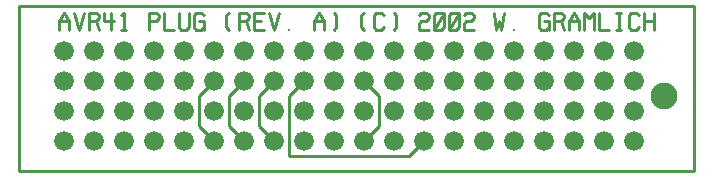
<source format=gtl>
%MOIN*%
%FSLAX25Y25*%
G04 D10 used for Character Trace; *
G04     Circle (OD=.01000) (No hole)*
G04 D11 used for Power Trace; *
G04     Circle (OD=.06700) (No hole)*
G04 D12 used for Signal Trace; *
G04     Circle (OD=.01100) (No hole)*
G04 D13 used for Via; *
G04     Circle (OD=.05800) (Round. Hole ID=.02800)*
G04 D14 used for Component hole; *
G04     Circle (OD=.06500) (Round. Hole ID=.03500)*
G04 D15 used for Component hole; *
G04     Circle (OD=.06600) (Round. Hole ID=.04200)*
G04 D16 used for Component hole; *
G04     Circle (OD=.08200) (Round. Hole ID=.05200)*
G04 D17 used for Component hole; *
G04     Circle (OD=.08950) (Round. Hole ID=.05950)*
G04 D18 used for Component hole; *
G04     Circle (OD=.11600) (Round. Hole ID=.08600)*
G04 D19 used for Component hole; *
G04     Circle (OD=.15500) (Round. Hole ID=.12500)*
G04 D20 used for Component hole; *
G04     Circle (OD=.18200) (Round. Hole ID=.15200)*
G04 D21 used for Component hole; *
G04     Circle (OD=.24300) (Round. Hole ID=.21300)*
%ADD10C,.01000*%
%ADD11C,.06700*%
%ADD12C,.01100*%
%ADD13C,.05800*%
%ADD14C,.06500*%
%ADD15C,.06600*%
%ADD16C,.08200*%
%ADD17C,.08950*%
%ADD18C,.11600*%
%ADD19C,.15500*%
%ADD20C,.18200*%
%ADD21C,.24300*%
%IPPOS*%
%LPD*%
G90*X0Y0D02*D15*X15000Y10000D03*Y20000D03*        
X25000Y10000D03*Y20000D03*Y30000D03*X15000D03*    
X35000Y10000D03*Y20000D03*Y30000D03*Y40000D03*    
X25000D03*X15000D03*X45000Y10000D03*Y20000D03*    
Y30000D03*Y40000D03*D10*X13326Y47129D02*Y50000D01*
X15000Y52871D01*X16674Y50000D01*Y47129D01*        
X13326Y50000D02*X16674D01*X18326Y52871D02*        
X20000Y47129D01*X21674Y52871D01*X23326Y47129D02*  
Y52871D01*X25837D01*X26674Y51914D01*Y50957D01*    
X25837Y50000D01*X23326D01*X25837D02*              
X26674Y47129D01*X30837Y52871D02*Y47129D01*        
X28326Y52871D02*Y50000D01*X31674D01*              
X34163Y51914D02*X35000Y52871D01*Y47129D01*        
X34163D02*X35837D01*X43326D02*Y52871D01*X45837D01*
X46674Y51914D01*Y50957D01*X45837Y50000D01*        
X43326D01*X48326Y52871D02*Y47129D01*X51674D01*    
X56674Y52871D02*Y48086D01*X55837Y47129D01*        
X54163D01*X53326Y48086D01*Y52871D01*              
X61674Y48086D02*X60837Y47129D01*X59163D01*        
X58326Y48086D01*Y51914D01*X59163Y52871D01*        
X60837D01*X61674Y51914D01*X60000Y50000D02*        
X61674D01*Y47129D01*X70000Y52871D02*              
X69163Y51914D01*Y48086D01*X70000Y47129D01*        
X73326D02*Y52871D01*X75837D01*X76674Y51914D01*    
Y50957D01*X75837Y50000D01*X73326D01*X75837D02*    
X76674Y47129D01*X81674D02*X78326D01*Y52871D01*    
X81674D01*X78326Y50000D02*X80837D01*              
X83326Y52871D02*X85000Y47129D01*X86674Y52871D01*  
X90000Y47129D03*X98326D02*Y50000D01*              
X100000Y52871D01*X101674Y50000D01*Y47129D01*      
X98326Y50000D02*X101674D01*X105000Y52871D02*      
X105837Y51914D01*Y48086D01*X105000Y47129D01*      
X115000Y52871D02*X114163Y51914D01*Y48086D01*      
X115000Y47129D01*X121674Y48086D02*                
X120837Y47129D01*X119163D01*X118326Y48086D01*     
Y51914D01*X119163Y52871D01*X120837D01*            
X121674Y51914D01*X125000Y52871D02*                
X125837Y51914D01*Y48086D01*X125000Y47129D01*      
X133326Y51914D02*X134163Y52871D01*X135837D01*     
X136674Y51914D01*Y50957D01*X135837Y50000D01*      
X134163D01*X133326Y49043D01*Y47129D01*X136674D01* 
X141674Y48086D02*X140837Y47129D01*X139163D01*     
X138326Y48086D01*Y51914D01*X139163Y52871D01*      
X140837D01*X141674Y51914D01*Y48086D01*            
X138326Y47129D02*X141674Y52871D01*                
X146674Y48086D02*X145837Y47129D01*X144163D01*     
X143326Y48086D01*Y51914D01*X144163Y52871D01*      
X145837D01*X146674Y51914D01*Y48086D01*            
X143326Y47129D02*X146674Y52871D01*                
X148326Y51914D02*X149163Y52871D01*X150837D01*     
X151674Y51914D01*Y50957D01*X150837Y50000D01*      
X149163D01*X148326Y49043D01*Y47129D01*X151674D01* 
X158326Y52871D02*X159163Y47129D01*                
X160000Y50000D01*X160837Y47129D01*                
X161674Y52871D01*X165000Y47129D03*                
X176674Y48086D02*X175837Y47129D01*X174163D01*     
X173326Y48086D01*Y51914D01*X174163Y52871D01*      
X175837D01*X176674Y51914D01*X175000Y50000D02*     
X176674D01*Y47129D01*X178326D02*Y52871D01*        
X180837D01*X181674Y51914D01*Y50957D01*            
X180837Y50000D01*X178326D01*X180837D02*           
X181674Y47129D01*X183326D02*Y50000D01*            
X185000Y52871D01*X186674Y50000D01*Y47129D01*      
X183326Y50000D02*X186674D01*X188326Y47129D02*     
Y52871D01*X190000Y50957D01*X191674Y52871D01*      
Y47129D01*X193326Y52871D02*Y47129D01*X196674D01*  
X200000D02*Y52871D01*X199163Y47129D02*X200837D01* 
X199163Y52871D02*X200837D01*X206674Y48086D02*     
X205837Y47129D01*X204163D01*X203326Y48086D01*     
Y51914D01*X204163Y52871D01*X205837D01*            
X206674Y51914D01*X208326Y47129D02*Y52871D01*      
X211674Y47129D02*Y52871D01*X208326Y50000D02*      
X211674D01*D12*X0Y0D02*Y55000D01*Y0D02*X225000D01*
Y55000D01*X0D01*D15*X55000Y10000D03*Y20000D03*    
Y30000D03*Y40000D03*D12*X65000Y10000D02*          
X60000Y15000D01*D15*X65000Y10000D03*D12*X75000D02*
X70000Y15000D01*D15*X75000Y10000D03*D12*X85000D02*
X80000Y15000D01*D15*X85000Y10000D03*D12*          
X90000Y5000D02*X130000D01*X135000Y10000D01*D15*   
D03*X145000Y20000D03*X125000D03*X145000Y10000D03* 
X135000Y20000D03*X125000Y10000D03*D12*            
X120000Y15000D02*Y25000D01*X115000Y10000D02*      
X120000Y15000D01*D15*X115000Y10000D03*            
X105000Y20000D03*X115000D03*X105000Y10000D03*D12* 
X120000Y25000D02*X115000Y30000D01*D15*D03*        
X125000Y40000D03*X105000D03*X125000Y30000D03*     
X115000Y40000D03*X105000Y30000D03*X95000Y10000D03*
Y40000D03*X135000Y30000D03*X95000D03*D12*         
X90000Y25000D01*Y5000D01*X80000Y15000D02*         
Y25000D01*X85000Y30000D01*D15*D03*X95000Y20000D03*
X75000Y40000D03*Y20000D03*X85000Y40000D03*        
X75000Y30000D03*D12*X70000Y25000D01*Y15000D01*D15*
X65000Y20000D03*D12*X60000Y15000D02*Y25000D01*    
X65000Y30000D01*D15*D03*Y40000D03*X85000Y20000D03*
X135000Y40000D03*X145000Y30000D03*Y40000D03*      
X155000Y10000D03*Y20000D03*Y30000D03*Y40000D03*   
X165000Y10000D03*Y20000D03*Y30000D03*Y40000D03*   
X175000Y10000D03*Y20000D03*Y30000D03*Y40000D03*   
X185000Y10000D03*Y20000D03*Y30000D03*Y40000D03*   
X195000Y10000D03*Y20000D03*Y30000D03*Y40000D03*   
X205000Y10000D03*Y20000D03*Y30000D03*Y40000D03*   
D17*X215000Y25000D03*M02*                         

</source>
